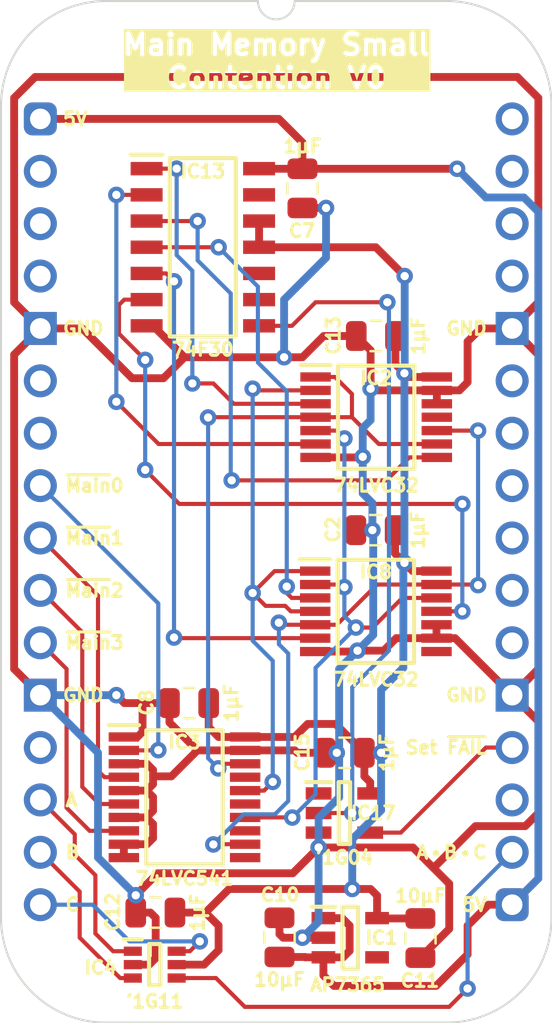
<source format=kicad_pcb>
(kicad_pcb (version 20241229) (generator "pcbnew") (generator_version "9.0")
  (title_block (title "Main Memory Abort") (date "2025-01-14") (rev "V0"))
  (layers (0 "F.Cu" signal) (2 "B.Cu" signal) (13 "F.Paste" user) (15 "B.Paste" user) (5 "F.SilkS" user "F.Silkscreen") (7 "B.SilkS" user "B.Silkscreen") (1 "F.Mask" user) (3 "B.Mask" user) (25 "Edge.Cuts" user))
  (net 0 "")
  (net 2 "~{Main}0")
  (net 3 "~{Main}2")
  (net 4 "~{Set Contention}")
  (net 7 "~{Main}1")
  (net 8 "~{Main}3")
  (net 12 "/3.3V")
  (net 13 "/~{Main}B3")
  (net 14 "GND")
  (net 15 "5V")
  (net 16 "/~{Main}B0")
  (net 17 "/~{Main}B1")
  (net 18 "/~{Main}B2")
  (net 19 "C")
  (net 20 "A•B•C")
  (net 21 "Net-(IC13-Y)")
  (net 25 "B")
  (net 26 "A")
  (net 31 "/~{0+1}")
  (net 32 "/~{0+2}")
  (net 33 "/~{0+3}")
  (net 39 "/~{1+2}")
  (net 40 "/~{1+3}")
  (net 50 "/~{2+3}")
  (footprint "SamacSys_Parts:SOIC127P600X175-14N" (layer "F.Cu") (at 7.874 6.223)
    (property "Reference" "IC13")
    (property "Value" "SN74F30DR" (hide yes))
  )
  (footprint "SamacSys_Parts:C_0805" (layer "F.Cu") (at 14.766 30.734 90)
    (property "Reference" "C15")
    (property "Value" "1μF")
  )
  (footprint "SamacSys_Parts:SOP65P640X110-14N" (layer "F.Cu") (at 16.273 14.463)
    (property "Reference" "IC2")
    (property "Value" "74LVC32APW,118" (hide yes))
  )
  (footprint "SamacSys_Parts:SOP65P640X110-20N" (layer "F.Cu") (at 6.985 32.893)
    (property "Reference" "IC3")
    (property "Value" "74LVC541APW,118" (hide yes))
  )
  (footprint "SamacSys_Parts:SOP65P640X110-14N" (layer "F.Cu") (at 16.256 23.876)
    (property "Reference" "IC8")
    (property "Value" "74LVC32APW,118" (hide yes))
  )
  (footprint "SamacSys_Parts:C_0805" (layer "F.Cu") (at 5.588 38.481 90)
    (property "Reference" "C12")
    (property "Value" "1μF")
  )
  (footprint "SamacSys_Parts:C_0805" (layer "F.Cu") (at 7.222 28.325 90)
    (property "Reference" "C8")
    (property "Value" "1μF")
  )
  (footprint "SamacSys_Parts:C_0805" (layer "F.Cu") (at 11.587 39.701)
    (property "Reference" "C10")
    (property "Value" "10µF")
  )
  (footprint "SamacSys_Parts:C_0805" (layer "F.Cu") (at 18.415 39.701 180)
    (property "Reference" "C11")
    (property "Value" "10µF")
  )
  (footprint "SamacSys_Parts:DIP-32_Board_W22.86mm" (layer "F.Cu") (at 0 0)
    (property "Reference" "J1" (hide yes))
    (property "Value" "Board 2x16 W22.86mm" (hide yes))
    (fp_line (start -1.905 -0.635) (end -1.905 38.735) (stroke (width 0.1)) (layer "Edge.Cuts"))
    (fp_line (start 10.541 -5.715) (end 3.175 -5.715) (stroke (width 0.1)) (layer "Edge.Cuts"))
    (fp_line (start 19.685 -5.715) (end 12.319 -5.715) (stroke (width 0.1)) (layer "Edge.Cuts"))
    (fp_line (start 19.685 43.815) (end 3.175 43.815) (stroke (width 0.1)) (layer "Edge.Cuts"))
    (fp_line (start 24.765 38.735) (end 24.765 -0.635) (stroke (width 0.1)) (layer "Edge.Cuts"))
    (fp_arc (start -1.905 -0.635) (mid -0.417102 -4.227102) (end 3.175 -5.715) (stroke (width 0.1)) (layer "Edge.Cuts"))
    (fp_arc (start 3.175 43.815) (mid -0.417102 42.327102) (end -1.905 38.735) (stroke (width 0.1)) (layer "Edge.Cuts"))
    (fp_arc (start 12.319 -5.715) (mid 11.43 -4.826) (end 10.541 -5.715) (stroke (width 0.1)) (layer "Edge.Cuts"))
    (fp_arc (start 19.685 -5.715) (mid 23.277102 -4.227102) (end 24.765 -0.635) (stroke (width 0.1)) (layer "Edge.Cuts"))
    (fp_arc (start 24.765 38.735) (mid 23.277103 42.327103) (end 19.685 43.815) (stroke (width 0.1)) (layer "Edge.Cuts"))
  )
  (footprint "SamacSys_Parts:C_0805" (layer "F.Cu") (at 16.256 19.939 90)
    (property "Reference" "C2")
    (property "Value" "1μF")
  )
  (footprint "SamacSys_Parts:SOT95P275X110-5N" (layer "F.Cu") (at 14.732 33.655)
    (property "Reference" "IC17")
    (property "Value" "74LVC1G04GV,125" (hide yes))
  )
  (footprint "SamacSys_Parts:SOT95P285X130-5N" (layer "F.Cu") (at 15.016 39.701)
    (property "Reference" "IC1")
    (property "Value" "AP7365-33WG-7" (hide yes))
  )
  (footprint "SamacSys_Parts:C_0805" (layer "F.Cu") (at 16.273 10.526 90)
    (property "Reference" "C13")
    (property "Value" "1μF")
  )
  (footprint "SamacSys_Parts:SOP65P210X110-6N" (layer "F.Cu") (at 5.542 41.006)
    (property "Reference" "IC4")
    (property "Value" "74LVC1G11GW-Q100H" (hide yes))
  )
  (footprint "SamacSys_Parts:C_0805" (layer "F.Cu") (at 12.7 3.352 180)
    (property "Reference" "C7")
    (property "Value" "1μF")
  )
  (gr_text "~{Main}1" (at 1.143 20.32 0) (layer "F.SilkS") (effects (font (size 0.635 0.635) (thickness 0.15) (bold yes)) (justify left)))
  (gr_text "~{Main}0" (at 1.143 17.78 0) (layer "F.SilkS") (effects (font (size 0.635 0.635) (thickness 0.15) (bold yes)) (justify left)))
  (gr_text "B" (at 1.143 35.56 0) (layer "F.SilkS") (effects (font (size 0.635 0.635) (thickness 0.15) (bold yes)) (justify left)))
  (gr_text "~{Main}3" (at 1.143 25.4 0) (layer "F.SilkS") (effects (font (size 0.635 0.635) (thickness 0.15) (bold yes)) (justify left)))
  (gr_text "C" (at 1.143 38.1 0) (layer "F.SilkS") (effects (font (size 0.635 0.635) (thickness 0.15) (bold yes)) (justify left)))
  (gr_text "5V" (at 1.016 0 0) (layer "F.SilkS") (effects (font (size 0.635 0.635) (thickness 0.15) (bold yes)) (justify left)))
  (gr_text "GND" (at 1.016 27.94 0) (layer "F.SilkS") (effects (font (size 0.635 0.635) (thickness 0.15) (bold yes)) (justify left)))
  (gr_text "GND" (at 21.717 27.94 0) (layer "F.SilkS") (effects (font (size 0.635 0.635) (thickness 0.15) (bold yes)) (justify right)))
  (gr_text "A•B•C" (at 21.717 35.56 0) (layer "F.SilkS") (effects (font (size 0.635 0.635) (thickness 0.15) (bold yes)) (justify right)))
  (gr_text "Main Memory Small\nContention V0" (at 11.43 -2.794 0) (layer "F.SilkS" knockout) (effects (font (size 1 1) (thickness 0.2) (bold yes))))
  (gr_text "GND" (at 21.717 10.16 0) (layer "F.SilkS") (effects (font (size 0.635 0.635) (thickness 0.15) (bold yes)) (justify right)))
  (gr_text "A" (at 1.143 33.02 0) (layer "F.SilkS") (effects (font (size 0.635 0.635) (thickness 0.15) (bold yes)) (justify left)))
  (gr_text "~{Main}2" (at 1.143 22.86 0) (layer "F.SilkS") (effects (font (size 0.635 0.635) (thickness 0.15) (bold yes)) (justify left)))
  (gr_text "GND" (at 1.016 10.16 0) (layer "F.SilkS") (effects (font (size 0.635 0.635) (thickness 0.15) (bold yes)) (justify left)))
  (gr_text "Set ~{FAIL}" (at 21.717 30.48 0) (layer "F.SilkS") (effects (font (size 0.635 0.635) (thickness 0.15) (bold yes)) (justify right)))
  (gr_text "5V" (at 21.717 38.1 0) (layer "F.SilkS") (effects (font (size 0.635 0.635) (thickness 0.15) (bold yes)) (justify right)))
  (segment (start 5.704 30.618) (end 5.715 30.607) (width 0.2) (layer "F.Cu") (net 2))
  (segment (start 4.047 30.618) (end 5.704 30.618) (width 0.2) (layer "F.Cu") (net 2))
  (via (at 5.715 30.607) (size 0.8) (drill 0.4) (layers "F.Cu" "B.Cu") (net 2))
  (segment (start 5.715 23.495) (end 5.715 30.607) (width 0.2) (layer "B.Cu") (net 2))
  (segment (start 0 17.78) (end 5.715 23.495) (width 0.2) (layer "B.Cu") (net 2))
  (segment (start 2.032 32.38975) (end 2.032 24.892) (width 0.2) (layer "F.Cu") (net 3))
  (segment (start 2.86025 33.218) (end 2.032 32.38975) (width 0.2) (layer "F.Cu") (net 3))
  (segment (start 4.047 33.218) (end 2.86025 33.218) (width 0.2) (layer "F.Cu") (net 3))
  (segment (start 2.032 24.892) (end 0 22.86) (width 0.2) (layer "F.Cu") (net 3))
  (segment (start 21.59 30.48) (end 22.86 30.48) (width 0.2) (layer "F.Cu") (net 4))
  (segment (start 15.982 34.605) (end 17.465 34.605) (width 0.2) (layer "F.Cu") (net 4))
  (segment (start 17.465 34.605) (end 21.59 30.48) (width 0.2) (layer "F.Cu") (net 4))
  (segment (start 2.794 31.6025) (end 2.794 23.114) (width 0.2) (layer "F.Cu") (net 7))
  (segment (start 2.794 23.114) (end 0 20.32) (width 0.2) (layer "F.Cu") (net 7))
  (segment (start 3.1095 31.918) (end 2.794 31.6025) (width 0.2) (layer "F.Cu") (net 7))
  (segment (start 4.047 31.918) (end 3.1095 31.918) (width 0.2) (layer "F.Cu") (net 7))
  (segment (start 2.387 34.518) (end 1.27 33.401) (width 0.2) (layer "F.Cu") (net 8))
  (segment (start 4.047 34.518) (end 2.387 34.518) (width 0.2) (layer "F.Cu") (net 8))
  (segment (start 1.27 33.401) (end 1.27 26.67) (width 0.2) (layer "F.Cu") (net 8))
  (segment (start 1.27 26.67) (end 0 25.4) (width 0.2) (layer "F.Cu") (net 8))
  (segment (start 16.256 6.223) (end 17.653 7.62) (width 0.38) (layer "F.Cu") (net 12))
  (segment (start 8.636 39.116) (end 8.636 40.30394) (width 0.38) (layer "F.Cu") (net 12))
  (segment (start 8.001 38.481) (end 8.636 39.116) (width 0.38) (layer "F.Cu") (net 12))
  (segment (start 8.636 40.30394) (end 7.93394 41.006) (width 0.38) (layer "F.Cu") (net 12))
  (segment (start 16.316 37.652) (end 16.002 37.338) (width 0.38) (layer "F.Cu") (net 12))
  (segment (start 15.982 32.705) (end 15.982 32.159) (width 0.38) (layer "F.Cu") (net 12))
  (segment (start 12.954 29.337) (end 14.303 29.337) (width 0.38) (layer "F.Cu") (net 12))
  (segment (start 15.982 32.159) (end 15.7 31.877) (width 0.38) (layer "F.Cu") (net 12))
  (segment (start 18.0405 21.926) (end 17.641 21.5265) (width 0.38) (layer "F.Cu") (net 12))
  (segment (start 12.323 29.968) (end 12.954 29.337) (width 0.38) (layer "F.Cu") (net 12))
  (segment (start 16.002 37.338) (end 15.113 37.338) (width 0.38) (layer "F.Cu") (net 12))
  (segment (start 7.93394 41.006) (end 6.604 41.006) (width 0.38) (layer "F.Cu") (net 12))
  (segment (start 17.823 12.513) (end 17.641 12.331) (width 0.38) (layer "F.Cu") (net 12))
  (segment (start 17.207 10.526) (end 17.207 11.897) (width 0.38) (layer "F.Cu") (net 12))
  (segment (start 16.316 38.751) (end 16.316 37.652) (width 0.38) (layer "F.Cu") (net 12))
  (segment (start 18.415 38.767) (end 16.332 38.767) (width 0.38) (layer "F.Cu") (net 12))
  (segment (start 17.19 19.939) (end 17.19 21.0755) (width 0.38) (layer "F.Cu") (net 12))
  (segment (start 14.303 29.337) (end 15.7 30.734) (width 0.38) (layer "F.Cu") (net 12))
  (segment (start 8.632 29.968) (end 9.923 29.968) (width 0.38) (layer "F.Cu") (net 12))
  (segment (start 19.211 12.513) (end 17.823 12.513) (width 0.38) (layer "F.Cu") (net 12))
  (segment (start 17.19 21.0755) (end 17.641 21.5265) (width 0.38) (layer "F.Cu") (net 12))
  (segment (start 9.923 29.968) (end 12.323 29.968) (width 0.38) (layer "F.Cu") (net 12))
  (segment (start 10.599 4.953) (end 10.599 6.223) (width 0.38) (layer "F.Cu") (net 12))
  (segment (start 15.113 37.338) (end 9.144 37.338) (width 0.38) (layer "F.Cu") (net 12))
  (segment (start 19.194 21.926) (end 18.0405 21.926) (width 0.38) (layer "F.Cu") (net 12))
  (segment (start 10.599 6.223) (end 16.256 6.223) (width 0.38) (layer "F.Cu") (net 12))
  (segment (start 16.51 30.734) (end 15.7 30.734) (width 0.38) (layer "F.Cu") (net 12))
  (segment (start 17.207 11.897) (end 17.641 12.331) (width 0.38) (layer "F.Cu") (net 12))
  (segment (start 8.156 29.492) (end 8.632 29.968) (width 0.38) (layer "F.Cu") (net 12))
  (segment (start 8.156 28.325) (end 8.156 29.492) (width 0.38) (layer "F.Cu") (net 12))
  (segment (start 9.144 37.338) (end 8.001 38.481) (width 0.38) (layer "F.Cu") (net 12))
  (segment (start 6.522 38.481) (end 8.001 38.481) (width 0.38) (layer "F.Cu") (net 12))
  (segment (start 15.7 30.734) (end 15.7 31.877) (width 0.38) (layer "F.Cu") (net 12))
  (via (at 15.113 37.338) (size 0.8) (drill 0.4) (layers "F.Cu" "B.Cu") (net 12))
  (via (at 16.51 30.734) (size 0.8) (drill 0.4) (layers "F.Cu" "B.Cu") (net 12))
  (via (at 17.653 7.62) (size 0.8) (drill 0.4) (layers "F.Cu" "B.Cu") (net 12))
  (via (at 17.641 21.5265) (size 0.8) (drill 0.4) (layers "F.Cu" "B.Cu") (net 12))
  (via (at 17.641 12.331) (size 0.8) (drill 0.4) (layers "F.Cu" "B.Cu") (net 12))
  (segment (start 15.113 34.925) (end 16.51 33.528) (width 0.38) (layer "B.Cu") (net 12))
  (segment (start 16.51 27.686) (end 17.5895 26.6065) (width 0.38) (layer "B.Cu") (net 12))
  (segment (start 17.5895 21.578) (end 17.641 21.5265) (width 0.38) (layer "B.Cu") (net 12))
  (segment (start 17.653 7.62) (end 17.653 12.319) (width 0.38) (layer "B.Cu") (net 12))
  (segment (start 16.51 30.734) (end 16.51 27.686) (width 0.38) (layer "B.Cu") (net 12))
  (segment (start 15.113 37.338) (end 15.113 34.925) (width 0.38) (layer "B.Cu") (net 12))
  (segment (start 17.5895 26.6065) (end 17.5895 21.578) (width 0.38) (layer "B.Cu") (net 12))
  (segment (start 17.653 12.319) (end 17.641 12.331) (width 0.38) (layer "B.Cu") (net 12))
  (segment (start 17.641 21.5265) (end 17.641 12.331) (width 0.38) (layer "B.Cu") (net 12))
  (segment (start 16.51 33.528) (end 16.51 30.734) (width 0.38) (layer "B.Cu") (net 12))
  (segment (start 13.318 24.526) (end 14.364367 24.526) (width 0.2) (layer "F.Cu") (net 13))
  (segment (start 11.657 24.526) (end 11.557 24.426) (width 0.2) (layer "F.Cu") (net 13))
  (segment (start 19.211 15.113) (end 21.209 15.113) (width 0.2) (layer "F.Cu") (net 13))
  (segment (start 14.364367 24.526) (end 16.314367 22.576) (width 0.2) (layer "F.Cu") (net 13))
  (segment (start 8.393 35.168) (end 8.382 35.179) (width 0.2) (layer "F.Cu") (net 13))
  (segment (start 21.179 22.576) (end 21.209 22.606) (width 0.2) (layer "F.Cu") (net 13))
  (segment (start 19.194 22.576) (end 21.179 22.576) (width 0.2) (layer "F.Cu") (net 13))
  (segment (start 13.318 24.526) (end 11.657 24.526) (width 0.2) (layer "F.Cu") (net 13))
  (segment (start 9.923 35.168) (end 8.393 35.168) (width 0.2) (layer "F.Cu") (net 13))
  (segment (start 16.314367 22.576) (end 19.194 22.576) (width 0.2) (layer "F.Cu") (net 13))
  (via (at 21.209 15.113) (size 0.8) (drill 0.4) (layers "F.Cu" "B.Cu") (net 13))
  (via (at 21.209 22.606) (size 0.8) (drill 0.4) (layers "F.Cu" "B.Cu") (net 13))
  (via (at 11.557 24.426) (size 0.8) (drill 0.4) (layers "F.Cu" "B.Cu") (net 13))
  (via (at 8.382 35.179) (size 0.8) (drill 0.4) (layers "F.Cu" "B.Cu") (net 13))
  (segment (start 21.209 22.606) (end 21.209 15.113) (width 0.2) (layer "B.Cu") (net 13))
  (segment (start 11.3665 33.7185) (end 12.010502 33.074498) (width 0.2) (layer "B.Cu") (net 13))
  (segment (start 11.557 25.469314) (end 11.557 24.426) (width 0.2) (layer "B.Cu") (net 13))
  (segment (start 12.010502 25.922816) (end 11.557 25.469314) (width 0.2) (layer "B.Cu") (net 13))
  (segment (start 9.8425 33.7185) (end 8.382 35.179) (width 0.2) (layer "B.Cu") (net 13))
  (segment (start 11.3665 33.7185) (end 9.8425 33.7185) (width 0.2) (layer "B.Cu") (net 13))
  (segment (start 12.010502 33.074498) (end 12.010502 25.922816) (width 0.2) (layer "B.Cu") (net 13))
  (segment (start 0 10.16) (end -1.27 8.89) (width 0.38) (layer "F.Cu") (net 14))
  (segment (start 5.461 31.5645) (end 5.461 31.877) (width 0.38) (layer "F.Cu") (net 14))
  (segment (start 5.461 31.877) (end 5.461 32.258) (width 0.38) (layer "F.Cu") (net 14))
  (segment (start -0.254 -2.032) (end 23.114 -2.032) (width 0.38) (layer "F.Cu") (net 14))
  (segment (start 5.1645 35.168) (end 5.461 34.8715) (width 0.38) (layer "F.Cu") (net 14))
  (segment (start 12.7 39.701) (end 11.761 39.701) (width 0.38) (layer "F.Cu") (net 14))
  (segment (start 24.13 33.655) (end 23.495 34.29) (width 0.38) (layer "F.Cu") (net 14))
  (segment (start 24.13 -1.016) (end 24.13 8.89) (width 0.38) (layer "F.Cu") (net 14))
  (segment (start 19.05 36.322) (end 18.053999 35.325999) (width 0.38) (layer "F.Cu") (net 14))
  (segment (start 5.1645 31.268) (end 5.461 31.5645) (width 0.38) (layer "F.Cu") (net 14))
  (segment (start 5.461 32.258) (end 5.151 32.568) (width 0.38) (layer "F.Cu") (net 14))
  (segment (start 7.609 30.618) (end 9.923 30.618) (width 0.38) (layer "F.Cu") (net 14))
  (segment (start -1.27 -1.016) (end -0.254 -2.032) (width 0.38) (layer "F.Cu") (net 14))
  (segment (start 5.151 32.568) (end 4.047 32.568) (width 0.38) (layer "F.Cu") (net 14))
  (segment (start 24.13 11.43) (end 22.86 10.16) (width 0.38) (layer "F.Cu") (net 14))
  (segment (start 5.588 38.735) (end 5.334 38.481) (width 0.38) (layer "F.Cu") (net 14))
  (segment (start 5.149 10.033) (end 5.461 10.033) (width 0.38) (layer "F.Cu") (net 14))
  (segment (start 24.13 29.21) (end 24.13 33.655) (width 0.38) (layer "F.Cu") (net 14))
  (segment (start 5.461 33.5485) (end 5.461 32.878) (width 0.38) (layer "F.Cu") (net 14))
  (segment (start 19.194 24.526) (end 19.194 25.176) (width 0.38) (layer "F.Cu") (net 14))
  (segment (start 4.068 28.325) (end 4.953 28.325) (width 0.38) (layer "F.Cu") (net 14))
  (segment (start 5.588 40.6925) (end 5.588 38.735) (width 0.38) (layer "F.Cu") (net 14))
  (segment (start 15.367 25.781) (end 16.637 25.781) (width 0.38) (layer "F.Cu") (net 14))
  (segment (start 4.047 35.168) (end 5.1645 35.168) (width 0.38) (layer "F.Cu") (net 14))
  (segment (start -1.27 11.43) (end 0 10.16) (width 0.38) (layer "F.Cu") (net 14))
  (segment (start 4.953 29.718) (end 4.953 28.325) (width 0.38) (layer "F.Cu") (net 14))
  (segment (start 11.761 39.701) (end 11.587 39.527) (width 0.38) (layer "F.Cu") (net 14))
  (segment (start 2.032 10.16) (end 0 10.16) (width 0.38) (layer "F.Cu") (net 14))
  (segment (start 22.86 27.94) (end 24.13 29.21) (width 0.38) (layer "F.Cu") (net 14))
  (segment (start 5.688002 36.576) (end 4.622001 37.642001) (width 0.38) (layer "F.Cu") (net 14))
  (segment (start 21.082 34.29) (end 19.05 36.322) (width 0.38) (layer "F.Cu") (net 14))
  (segment (start 22.86 10.16) (end 21.336 10.16) (width 0.38) (layer "F.Cu") (net 14))
  (segment (start 13.716 39.701) (end 12.7 39.701) (width 0.38) (layer "F.Cu") (net 14))
  (segment (start 18.415 40.667) (end 19.812 39.27) (width 0.38) (layer "F.Cu") (net 14))
  (segment (start 5.334 38.481) (end 4.622 38.481) (width 0.38) (layer "F.Cu") (net 14))
  (segment (start 6.985 11.557) (end 5.969 12.573) (width 0.38) (layer "F.Cu") (net 14))
  (segment (start 5.461 31.877) (end 6.35 31.877) (width 0.38) (layer "F.Cu") (net 14))
  (segment (start 12.446 30.734) (end 13.8 30.734) (width 0.38) (layer "F.Cu") (net 14))
  (segment (start 5.461 10.033) (end 6.985 11.557) (width 0.38) (layer "F.Cu") (net 14))
  (segment (start 14.363 30.734) (end 13.8 30.734) (width 0.38) (layer "F.Cu") (net 14))
  (segment (start 23.495 34.29) (end 21.082 34.29) (width 0.38) (layer "F.Cu") (net 14))
  (segment (start 13.482 34.605) (end 13.481999 35.325999) (width 0.38) (layer "F.Cu") (net 14))
  (segment (start 17.242 25.176) (end 19.194 25.176) (width 0.38) (layer "F.Cu") (net 14))
  (segment (start 9.923 30.618) (end 12.33 30.618) (width 0.38) (layer "F.Cu") (net 14))
  (segment (start 15.307 10.526) (end 13.731 10.526) (width 0.38) (layer "F.Cu") (net 14))
  (segment (start 15.307 10.526) (end 16.002 11.221) (width 0.38) (layer "F.Cu") (net 14))
  (segment (start 13.731 10.526) (end 12.7 11.557) (width 0.38) (layer "F.Cu") (net 14))
  (segment (start 4.047 33.868) (end 5.1415 33.868) (width 0.38) (layer "F.Cu") (net 14))
  (segment (start 13.843 4.318) (end 12.7 4.318) (width 0.38) (layer "F.Cu") (net 14))
  (segment (start 19.211 13.163) (end 16.084 13.163) (width 0.38) (layer "F.Cu") (net 14))
  (segment (start 5.2745 41.006) (end 5.588 40.6925) (width 0.38) (layer "F.Cu") (net 14))
  (segment (start 6.985 11.557) (end 11.811 11.557) (width 0.38) (layer "F.Cu") (net 14))
  (segment (start 20.701 10.795) (end 20.701 12.7675) (width 0.38) (layer "F.Cu") (net 14))
  (segment (start 19.194 25.176) (end 20.096 25.176) (width 0.38) (layer "F.Cu") (net 14))
  (segment (start 13.481999 35.325999) (end 12.231998 36.576) (width 0.38) (layer "F.Cu") (net 14))
  (segment (start 5.1415 33.868) (end 5.461 33.5485) (width 0.38) (layer "F.Cu") (net 14))
  (segment (start 19.812 37.084) (end 19.05 36.322) (width 0.38) (layer "F.Cu") (net 14))
  (segment (start 15.322 25.826) (end 15.367 25.781) (width 0.38) (layer "F.Cu") (net 14))
  (segment (start 4.047 35.168) (end 4.047 35.818) (width 0.38) (layer "F.Cu") (net 14))
  (segment (start 20.096 25.176) (end 22.86 27.94) (width 0.38) (layer "F.Cu") (net 14))
  (segment (start 15.591 16.413) (end 15.621 16.383) (width 0.38) (layer "F.Cu") (net 14))
  (segment (start 20.701 12.7675) (end 20.3055 13.163) (width 0.38) (layer "F.Cu") (net 14))
  (segment (start 6.256 29.265) (end 6.256 28.325) (width 0.38) (layer "F.Cu") (net 14))
  (segment (start 19.812 39.27) (end 19.812 37.084) (width 0.38) (layer "F.Cu") (net 14))
  (segment (start 4.622 38.481) (end 4.622001 37.642001) (width 0.38) (layer "F.Cu") (net 14))
  (segment (start 13.335 16.413) (end 15.591 16.413) (width 0.38) (layer "F.Cu") (net 14))
  (segment (start 7.609 30.618) (end 6.256 29.265) (width 0.38) (layer "F.Cu") (net 14))
  (segment (start 11.587 39.527) (end 11.587 38.735) (width 0.38) (layer "F.Cu") (net 14))
  (segment (start 4.703 29.968) (end 4.953 29.718) (width 0.38) (layer "F.Cu") (net 14))
  (segment (start 4.047 31.268) (end 5.1645 31.268) (width 0.38) (layer "F.Cu") (net 14))
  (segment (start 21.336 10.16) (end 20.701 10.795) (width 0.38) (layer "F.Cu") (net 14))
  (segment (start 5.461 34.8715) (end 5.461 34.1875) (width 0.38) (layer "F.Cu") (net 14))
  (segment (start 6.256 28.325) (end 4.953 28.325) (width 0.38) (layer "F.Cu") (net 14))
  (segment (start 23.114 -2.032) (end 24.13 -1.016) (width 0.38) (layer "F.Cu") (net 14))
  (segment (start 5.461 34.1875) (end 5.1415 33.868) (width 0.38) (layer "F.Cu") (net 14))
  (segment (start 22.86 27.94) (end 24.13 26.67) (width 0.38) (layer "F.Cu") (net 14))
  (segment (start 16.09 19.939) (end 15.29 19.939) (width 0.38) (layer "F.Cu") (net 14))
  (segment (start 16.084 13.163) (end 16.002 13.081) (width 0.38) (layer "F.Cu") (net 14))
  (segment (start 20.3055 13.163) (end 19.211 13.163) (width 0.38) (layer "F.Cu") (net 14))
  (segment (start 4.445 12.573) (end 2.032 10.16) (width 0.38) (layer "F.Cu") (net 14))
  (segment (start 6.35 31.877) (end 7.609 30.618) (width 0.38) (layer "F.Cu") (net 14))
  (segment (start 12.33 30.618) (end 12.446 30.734) (width 0.38) (layer "F.Cu") (net 14))
  (segment (start 12.7 11.557) (end 11.811 11.557) (width 0.38) (layer "F.Cu") (net 14))
  (segment (start 18.053999 35.325999) (end 13.481999 35.325999) (width 0.38) (layer "F.Cu") (net 14))
  (segment (start -1.27 26.67) (end -1.27 11.43) (width 0.38) (layer "F.Cu") (net 14))
  (segment (start 16.002 11.221) (end 16.002 13.081) (width 0.38) (layer "F.Cu") (net 14))
  (segment (start 3.683 27.94) (end 4.068 28.325) (width 0.38) (layer "F.Cu") (net 14))
  (segment (start 19.211 13.813) (end 19.211 13.163) (width 0.38) (layer "F.Cu") (net 14))
  (segment (start 13.318 25.826) (end 15.322 25.826) (width 0.38) (layer "F.Cu") (net 14))
  (segment (start 24.13 26.67) (end 24.13 11.43) (width 0.38) (layer "F.Cu") (net 14))
  (segment (start 5.461 32.878) (end 5.151 32.568) (width 0.38) (layer "F.Cu") (net 14))
  (segment (start -1.27 8.89) (end -1.27 -1.016) (width 0.38) (layer "F.Cu") (net 14))
  (segment (start 0 27.94) (end -1.27 26.67) (width 0.38) (layer "F.Cu") (net 14))
  (segment (start 4.48 41.006) (end 5.2745 41.006) (width 0.38) (layer "F.Cu") (net 14))
  (segment (start 4.047 29.968) (end 4.703 29.968) (width 0.38) (layer "F.Cu") (net 14))
  (segment (start 5.969 12.573) (end 4.445 12.573) (width 0.38) (layer "F.Cu") (net 14))
  (segment (start 16.637 25.781) (end 17.242 25.176) (width 0.38) (layer "F.Cu") (net 14))
  (segment (start 24.13 8.89) (end 22.86 10.16) (width 0.38) (layer "F.Cu") (net 14))
  (segment (start 12.231998 36.576) (end 5.688002 36.576) (width 0.38) (layer "F.Cu") (net 14))
  (via (at 4.622001 37.642001) (size 0.8) (drill 0.4) (layers "F.Cu" "B.Cu") (net 14))
  (via (at 12.7 39.701) (size 0.8) (drill 0.4) (layers "F.Cu" "B.Cu") (net 14))
  (via (at 15.621 16.383) (size 0.8) (drill 0.4) (layers "F.Cu" "B.Cu") (net 14))
  (via (at 16.09 19.939) (size 0.8) (drill 0.4) (layers "F.Cu" "B.Cu") (net 14))
  (via (at 16.002 13.081) (size 0.8) (drill 0.4) (layers "F.Cu" "B.Cu") (net 14))
  (via (at 14.363 30.734) (size 0.8) (drill 0.4) (layers "F.Cu" "B.Cu") (net 14))
  (via (at 15.367 25.781) (size 0.8) (drill 0.4) (layers "F.Cu" "B.Cu") (net 14))
  (via (at 3.683 27.94) (size 0.8) (drill 0.4) (layers "F.Cu" "B.Cu") (net 14))
  (via (at 11.811 11.557) (size 0.8) (drill 0.4) (layers "F.Cu" "B.Cu") (net 14))
  (via (at 13.481999 35.325999) (size 0.8) (drill 0.4) (layers "F.Cu" "B.Cu") (net 14))
  (via (at 13.843 4.318) (size 0.8) (drill 0.4) (layers "F.Cu" "B.Cu") (net 14))
  (segment (start 14.478 26.67) (end 14.478 30.619) (width 0.38) (layer "B.Cu") (net 14))
  (segment (start 13.843 6.731) (end 11.811 8.763) (width 0.38) (layer "B.Cu") (net 14))
  (segment (start 15.367 25.781) (end 16.129 25.019) (width 0.38) (layer "B.Cu") (net 14))
  (segment (start 0 27.94) (end 2.794 30.734) (width 0.38) (layer "B.Cu") (net 14))
  (segment (start 14.478 32.893) (end 14.478 30.849) (width 0.38) (layer "B.Cu") (net 14))
  (segment (start 15.621 14.986) (end 16.002 14.605) (width 0.38) (layer "B.Cu") (net 14))
  (segment (start 16.09 19.939) (end 16.09 18.63) (width 0.38) (layer "B.Cu") (net 14))
  (segment (start 16.129 25.019) (end 16.129 19.978) (width 0.38) (layer "B.Cu") (net 14))
  (segment (start 2.794 30.734) (end 2.794 35.814) (width 0.38) (layer "B.Cu") (net 14))
  (segment (start 0 27.94) (end 3.683 27.94) (width 0.38) (layer "B.Cu") (net 14))
  (segment (start 14.478 30.849) (end 14.363 30.734) (width 0.38) (layer "B.Cu") (net 14))
  (segment (start 13.843 4.318) (end 13.843 6.731) (width 0.38) (layer "B.Cu") (net 14))
  (segment (start 2.794 35.814) (end 4.622001 37.642001) (width 0.38) (layer "B.Cu") (net 14))
  (segment (start 12.7 39.701) (end 13.481999 38.919001) (width 0.38) (layer "B.Cu") (net 14))
  (segment (start 13.481999 38.919001) (end 13.481999 35.325999) (width 0.38) (layer "B.Cu") (net 14))
  (segment (start 14.478 30.619) (end 14.363 30.734) (width 0.38) (layer "B.Cu") (net 14))
  (segment (start 16.09 18.63) (end 15.621 18.161) (width 0.38) (layer "B.Cu") (net 14))
  (segment (start 13.481999 35.325999) (end 13.481999 33.889001) (width 0.38) (layer "B.Cu") (net 14))
  (segment (start 11.811 8.763) (end 11.811 11.557) (width 0.38) (layer "B.Cu") (net 14))
  (segment (start 15.367 25.781) (end 14.478 26.67) (width 0.38) (layer "B.Cu") (net 14))
  (segment (start 13.481999 33.889001) (end 14.478 32.893) (width 0.38) (layer "B.Cu") (net 14))
  (segment (start 16.129 19.978) (end 16.09 19.939) (width 0.38) (layer "B.Cu") (net 14))
  (segment (start 15.621 16.383) (end 15.621 14.986) (width 0.38) (layer "B.Cu") (net 14))
  (segment (start 16.002 14.605) (end 16.002 13.081) (width 0.38) (layer "B.Cu") (net 14))
  (segment (start 15.621 18.161) (end 15.621 16.383) (width 0.38) (layer "B.Cu") (net 14))
  (segment (start 13.716 41.529) (end 14.224 42.037) (width 0.38) (layer "F.Cu") (net 15))
  (segment (start 11.557 0) (end 12.7 1.143) (width 0.38) (layer "F.Cu") (net 15))
  (segment (start 14.224 42.037) (end 19.177 42.037) (width 0.38) (layer "F.Cu") (net 15))
  (segment (start 20.701 40.513) (end 20.701 39.116) (width 0.38) (layer "F.Cu") (net 15))
  (segment (start 14.671 40.651) (end 13.716 40.651) (width 0.38) (layer "F.Cu") (net 15))
  (segment (start 14.621 38.751) (end 14.986 39.116) (width 0.38) (layer "F.Cu") (net 15))
  (segment (start 12.7 1.143) (end 12.7 2.418) (width 0.38) (layer "F.Cu") (net 15))
  (segment (start 13.716 38.751) (end 14.621 38.751) (width 0.38) (layer "F.Cu") (net 15))
  (segment (start 11.587 40.635) (end 12.822 40.635) (width 0.38) (layer "F.Cu") (net 15))
  (segment (start 20.701 39.116) (end 21.717 38.1) (width 0.38) (layer "F.Cu") (net 15))
  (segment (start 21.717 38.1) (end 22.86 38.1) (width 0.38) (layer "F.Cu") (net 15))
  (segment (start 13.716 40.651) (end 13.716 41.529) (width 0.38) (layer "F.Cu") (net 15))
  (segment (start 14.986 40.336) (end 14.671 40.651) (width 0.38) (layer "F.Cu") (net 15))
  (segment (start 12.7 2.418) (end 10.604 2.418) (width 0.38) (layer "F.Cu") (net 15))
  (segment (start 14.986 39.116) (end 14.986 40.336) (width 0.38) (layer "F.Cu") (net 15))
  (segment (start 12.838 40.651) (end 13.716 40.651) (width 0.38) (layer "F.Cu") (net 15))
  (segment (start 0 0) (end 11.557 0) (width 0.38) (layer "F.Cu") (net 15))
  (segment (start 19.177 42.037) (end 20.701 40.513) (width 0.38) (layer "F.Cu") (net 15))
  (segment (start 12.822 40.635) (end 12.838 40.651) (width 0.38) (layer "F.Cu") (net 15))
  (segment (start 12.7 2.418) (end 20.193 2.418) (width 0.38) (layer "F.Cu") (net 15))
  (via (at 20.193 2.418) (size 0.8) (drill 0.4) (layers "F.Cu" "B.Cu") (net 15))
  (segment (start 24.13 4.507671) (end 23.432329 3.81) (width 0.38) (layer "B.Cu") (net 15))
  (segment (start 21.585 3.81) (end 20.193 2.418) (width 0.38) (layer "B.Cu") (net 15))
  (segment (start 22.86 38.1) (end 24.13 36.83) (width 0.38) (layer "B.Cu") (net 15))
  (segment (start 24.13 36.83) (end 24.13 4.507671) (width 0.38) (layer "B.Cu") (net 15))
  (segment (start 23.432329 3.81) (end 21.585 3.81) (width 0.38) (layer "B.Cu") (net 15))
  (segment (start 9.923 31.268) (end 8.843212 31.268) (width 0.2) (layer "F.Cu") (net 16))
  (segment (start 16.398 15.763) (end 15.098 14.463) (width 0.2) (layer "F.Cu") (net 16))
  (segment (start 14.2725 12.513) (end 15.098 13.3385) (width 0.2) (layer "F.Cu") (net 16))
  (segment (start 19.211 15.763) (end 16.398 15.763) (width 0.2) (layer "F.Cu") (net 16))
  (segment (start 8.143 14.463) (end 8.128 14.478) (width 0.2) (layer "F.Cu") (net 16))
  (segment (start 15.098 13.3385) (end 15.098 14.463) (width 0.2) (layer "F.Cu") (net 16))
  (segment (start 13.335 14.463) (end 8.143 14.463) (width 0.2) (layer "F.Cu") (net 16))
  (segment (start 15.098 14.463) (end 13.335 14.463) (width 0.2) (layer "F.Cu") (net 16))
  (segment (start 8.843212 31.268) (end 8.620698 31.490514) (width 0.2) (layer "F.Cu") (net 16))
  (segment (start 13.335 12.513) (end 14.2725 12.513) (width 0.2) (layer "F.Cu") (net 16))
  (via (at 8.128 14.478) (size 0.8) (drill 0.4) (layers "F.Cu" "B.Cu") (net 16))
  (via (at 8.620698 31.490514) (size 0.8) (drill 0.4) (layers "F.Cu" "B.Cu") (net 16))
  (segment (start 8.620698 31.490514) (end 8.128 30.997816) (width 0.2) (layer "B.Cu") (net 16))
  (segment (start 8.128 30.997816) (end 8.128 14.478) (width 0.2) (layer "B.Cu") (net 16))
  (segment (start 10.91 23.61) (end 11.868315 23.61) (width 0.2) (layer "F.Cu") (net 17))
  (segment (start 9.923 32.568) (end 10.8375 32.568) (width 0.2) (layer "F.Cu") (net 17))
  (segment (start 10.369 13.163) (end 10.287 13.081) (width 0.2) (layer "F.Cu") (net 17))
  (segment (start 10.287 22.987) (end 10.91 23.61) (width 0.2) (layer "F.Cu") (net 17))
  (segment (start 11.348 21.926) (end 10.287 22.987) (width 0.2) (layer "F.Cu") (net 17))
  (segment (start 13.335 13.163) (end 10.369 13.163) (width 0.2) (layer "F.Cu") (net 17))
  (segment (start 13.318 21.926) (end 11.348 21.926) (width 0.2) (layer "F.Cu") (net 17))
  (segment (start 10.8375 32.568) (end 11.260502 32.145) (width 0.2) (layer "F.Cu") (net 17))
  (segment (start 12.134315 23.876) (end 13.318 23.876) (width 0.2) (layer "F.Cu") (net 17))
  (segment (start 11.868315 23.61) (end 12.134315 23.876) (width 0.2) (layer "F.Cu") (net 17))
  (via (at 10.287 22.987) (size 0.8) (drill 0.4) (layers "F.Cu" "B.Cu") (net 17))
  (via (at 10.287 13.081) (size 0.8) (drill 0.4) (layers "F.Cu" "B.Cu") (net 17))
  (via (at 11.260502 32.145) (size 0.8) (drill 0.4) (layers "F.Cu" "B.Cu") (net 17))
  (segment (start 11.260502 26.274751) (end 11.260502 32.145) (width 0.2) (layer "B.Cu") (net 17))
  (segment (start 10.287 13.081) (end 10.287 22.987) (width 0.2) (layer "B.Cu") (net 17))
  (segment (start 10.287 25.301249) (end 11.260502 26.274751) (width 0.2) (layer "B.Cu") (net 17))
  (segment (start 10.287 22.987) (end 10.287 25.301249) (width 0.2) (layer "B.Cu") (net 17))
  (segment (start 9.923 33.868) (end 12.200114 33.868) (width 0.2) (layer "F.Cu") (net 18))
  (segment (start 14.732 15.494) (end 14.351 15.113) (width 0.2) (layer "F.Cu") (net 18))
  (segment (start 16.104972 24.662028) (end 15.289 24.662028) (width 0.2) (layer "F.Cu") (net 18))
  (segment (start 19.194 23.226) (end 17.541 23.226) (width 0.2) (layer "F.Cu") (net 18))
  (segment (start 14.605 22.576) (end 14.732 22.703) (width 0.2) (layer "F.Cu") (net 18))
  (segment (start 14.351 15.113) (end 13.335 15.113) (width 0.2) (layer "F.Cu") (net 18))
  (segment (start 12.200114 33.868) (end 12.206998 33.874884) (width 0.2) (layer "F.Cu") (net 18))
  (segment (start 17.541 23.226) (end 16.104972 24.662028) (width 0.2) (layer "F.Cu") (net 18))
  (segment (start 13.318 22.576) (end 14.605 22.576) (width 0.2) (layer "F.Cu") (net 18))
  (via (at 12.206998 33.874884) (size 0.8) (drill 0.4) (layers "F.Cu" "B.Cu") (net 18))
  (via (at 14.732 22.703) (size 0.8) (drill 0.4) (layers "F.Cu" "B.Cu") (net 18))
  (via (at 14.732 15.494) (size 0.8) (drill 0.4) (layers "F.Cu" "B.Cu") (net 18))
  (via (at 15.289 24.662028) (size 0.8) (drill 0.4) (layers "F.Cu" "B.Cu") (net 18))
  (segment (start 13.335 26.616028) (end 15.289 24.662028) (width 0.2) (layer "B.Cu") (net 18))
  (segment (start 14.732 22.703) (end 14.732 15.494) (width 0.2) (layer "B.Cu") (net 18))
  (segment (start 14.732 22.703) (end 14.732 24.105028) (width 0.2) (layer "B.Cu") (net 18))
  (segment (start 12.206998 33.874884) (end 13.335 32.746882) (width 0.2) (layer "B.Cu") (net 18))
  (segment (start 13.335 32.746882) (end 13.335 26.616028) (width 0.2) (layer "B.Cu") (net 18))
  (segment (start 14.732 24.105028) (end 15.289 24.662028) (width 0.2) (layer "B.Cu") (net 18))
  (segment (start 6.604 40.356) (end 7.24653 40.356) (width 0.2) (layer "F.Cu") (net 19))
  (segment (start 7.24653 40.356) (end 7.72453 39.878) (width 0.2) (layer "F.Cu") (net 19))
  (via (at 7.72453 39.878) (size 0.8) (drill 0.4) (layers "F.Cu" "B.Cu") (net 19))
  (segment (start 4.318 39.878) (end 7.72453 39.878) (width 0.2) (layer "B.Cu") (net 19))
  (segment (start 2.54 38.1) (end 4.318 39.878) (width 0.2) (layer "B.Cu") (net 19))
  (segment (start 0 38.1) (end 2.54 38.1) (width 0.2) (layer "B.Cu") (net 19))
  (segment (start 19.812 43.053) (end 20.701 42.164) (width 0.2) (layer "F.Cu") (net 20))
  (segment (start 8.509 41.656) (end 9.906 43.053) (width 0.2) (layer "F.Cu") (net 20))
  (segment (start 9.906 43.053) (end 19.812 43.053) (width 0.2) (layer "F.Cu") (net 20))
  (segment (start 6.604 41.656) (end 8.509 41.656) (width 0.2) (layer "F.Cu") (net 20))
  (via (at 20.701 42.164) (size 0.8) (drill 0.4) (layers "F.Cu" "B.Cu") (net 20))
  (segment (start 22.86 35.56) (end 20.701 37.719) (width 0.2) (layer "B.Cu") (net 20))
  (segment (start 20.701 37.719) (end 20.701 42.164) (width 0.2) (layer "B.Cu") (net 20))
  (segment (start 13.482 33.655) (end 15.113 33.655) (width 0.2) (layer "F.Cu") (net 21))
  (segment (start 13.335 8.89) (end 16.813 8.89) (width 0.2) (layer "F.Cu") (net 21))
  (segment (start 12.192 10.033) (end 13.335 8.89) (width 0.2) (layer "F.Cu") (net 21))
  (segment (start 10.599 10.033) (end 12.192 10.033) (width 0.2) (layer "F.Cu") (net 21))
  (via (at 15.113 33.655) (size 0.8) (drill 0.4) (layers "F.Cu" "B.Cu") (net 21))
  (via (at 16.813 8.89) (size 0.8) (drill 0.4) (layers "F.Cu" "B.Cu") (net 21))
  (segment (start 15.113 27.559) (end 16.891 25.781) (width 0.2) (layer "B.Cu") (net 21))
  (segment (start 15.113 33.655) (end 15.113 27.559) (width 0.2) (layer "B.Cu") (net 21))
  (segment (start 16.891 8.968) (end 16.813 8.89) (width 0.2) (layer "B.Cu") (net 21))
  (segment (start 16.891 25.781) (end 16.891 8.968) (width 0.2) (layer "B.Cu") (net 21))
  (segment (start 1.905 37.465) (end 1.905 39.6955) (width 0.2) (layer "F.Cu") (net 25))
  (segment (start 0 35.56) (end 1.905 37.465) (width 0.2) (layer "F.Cu") (net 25))
  (segment (start 1.905 39.6955) (end 3.8655 41.656) (width 0.2) (layer "F.Cu") (net 25))
  (segment (start 3.8655 41.656) (end 4.48 41.656) (width 0.2) (layer "F.Cu") (net 25))
  (segment (start 1.667525 35.670475) (end 2.667 36.66995) (width 0.2) (layer "F.Cu") (net 26))
  (segment (start 1.667525 34.687525) (end 1.667525 35.670475) (width 0.2) (layer "F.Cu") (net 26))
  (segment (start 2.667 36.66995) (end 2.667 39.497) (width 0.2) (layer "F.Cu") (net 26))
  (segment (start 3.526 40.356) (end 4.48 40.356) (width 0.2) (layer "F.Cu") (net 26))
  (segment (start 2.667 39.497) (end 3.526 40.356) (width 0.2) (layer "F.Cu") (net 26))
  (segment (start 0 33.02) (end 1.667525 34.687525) (width 0.2) (layer "F.Cu") (net 26))
  (segment (start 5.149 2.413) (end 6.604 2.413) (width 0.2) (layer "F.Cu") (net 31))
  (segment (start 13.335 13.813) (end 9.368 13.813) (width 0.2) (layer "F.Cu") (net 31))
  (segment (start 8.382 12.827) (end 7.366 12.827) (width 0.2) (layer "F.Cu") (net 31))
  (segment (start 8.382 12.827) (end 9.368 13.813) (width 0.2) (layer "F.Cu") (net 31))
  (via (at 7.366 12.827) (size 0.8) (drill 0.4) (layers "F.Cu" "B.Cu") (net 31))
  (via (at 6.604 2.413) (size 0.8) (drill 0.4) (layers "F.Cu" "B.Cu") (net 31))
  (segment (start 7.366 7.366) (end 6.604 6.604) (width 0.2) (layer "B.Cu") (net 31))
  (segment (start 6.604 6.604) (end 6.604 2.413) (width 0.2) (layer "B.Cu") (net 31))
  (segment (start 7.366 12.827) (end 7.366 7.366) (width 0.2) (layer "B.Cu") (net 31))
  (segment (start 5.73 15.763) (end 3.683 13.716) (width 0.2) (layer "F.Cu") (net 32))
  (segment (start 13.335 15.763) (end 5.73 15.763) (width 0.2) (layer "F.Cu") (net 32))
  (segment (start 5.149 3.683) (end 3.683 3.683) (width 0.2) (layer "F.Cu") (net 32))
  (via (at 3.683 3.683) (size 0.8) (drill 0.4) (layers "F.Cu" "B.Cu") (net 32))
  (via (at 3.683 13.716) (size 0.8) (drill 0.4) (layers "F.Cu" "B.Cu") (net 32))
  (segment (start 3.683 3.683) (end 3.683 13.716) (width 0.2) (layer "B.Cu") (net 32))
  (segment (start 17.877 16.413) (end 19.211 16.413) (width 0.2) (layer "F.Cu") (net 33))
  (segment (start 9.271 17.526) (end 16.764 17.526) (width 0.2) (layer "F.Cu") (net 33))
  (segment (start 16.764 17.526) (end 17.877 16.413) (width 0.2) (layer "F.Cu") (net 33))
  (segment (start 7.62 4.953) (end 5.149 4.953) (width 0.2) (layer "F.Cu") (net 33))
  (via (at 9.271 17.526) (size 0.8) (drill 0.4) (layers "F.Cu" "B.Cu") (net 33))
  (via (at 7.62 4.953) (size 0.8) (drill 0.4) (layers "F.Cu" "B.Cu") (net 33))
  (segment (start 9.223998 17.478998) (end 9.223998 8.461998) (width 0.2) (layer "B.Cu") (net 33))
  (segment (start 9.271 17.526) (end 9.223998 17.478998) (width 0.2) (layer "B.Cu") (net 33))
  (segment (start 7.62 6.858) (end 7.62 4.953) (width 0.2) (layer "B.Cu") (net 33))
  (segment (start 9.223998 8.461998) (end 7.62 6.858) (width 0.2) (layer "B.Cu") (net 33))
  (segment (start 13.318 23.226) (end 12.177 23.226) (width 0.2) (layer "F.Cu") (net 39))
  (segment (start 5.149 6.223) (end 8.636 6.223) (width 0.2) (layer "F.Cu") (net 39))
  (segment (start 12.177 23.226) (end 11.938 22.987) (width 0.2) (layer "F.Cu") (net 39))
  (segment (start 11.938 22.987) (end 11.938 22.676) (width 0.2) (layer "F.Cu") (net 39))
  (via (at 8.636 6.223) (size 0.8) (drill 0.4) (layers "F.Cu" "B.Cu") (net 39))
  (via (at 11.938 22.676) (size 0.8) (drill 0.4) (layers "F.Cu" "B.Cu") (net 39))
  (segment (start 11.938 22.676) (end 11.938 13.208) (width 0.2) (layer "B.Cu") (net 39))
  (segment (start 11.938 13.208) (end 10.541 11.811) (width 0.2) (layer "B.Cu") (net 39))
  (segment (start 10.541 11.811) (end 10.541 8.128) (width 0.2) (layer "B.Cu") (net 39))
  (segment (start 10.541 8.128) (end 8.636 6.223) (width 0.2) (layer "B.Cu") (net 39))
  (segment (start 5.149 7.493) (end 6.096 7.493) (width 0.2) (layer "F.Cu") (net 40))
  (segment (start 13.318 25.176) (end 6.507 25.176) (width 0.2) (layer "F.Cu") (net 40))
  (segment (start 6.096 7.493) (end 6.477 7.874) (width 0.2) (layer "F.Cu") (net 40))
  (segment (start 6.507 25.176) (end 6.477 25.146) (width 0.2) (layer "F.Cu") (net 40))
  (via (at 6.477 25.146) (size 0.8) (drill 0.4) (layers "F.Cu" "B.Cu") (net 40))
  (via (at 6.477 7.874) (size 0.8) (drill 0.4) (layers "F.Cu" "B.Cu") (net 40))
  (segment (start 6.477 25.146) (end 6.477 7.874) (width 0.2) (layer "B.Cu") (net 40))
  (segment (start 20.447 18.669) (end 6.731 18.669) (width 0.2) (layer "F.Cu") (net 50))
  (segment (start 4.064 8.763) (end 3.81 9.017) (width 0.2) (layer "F.Cu") (net 50))
  (segment (start 6.731 18.669) (end 5.08 17.018) (width 0.2) (layer "F.Cu") (net 50))
  (segment (start 3.81 10.414) (end 5.08 11.684) (width 0.2) (layer "F.Cu") (net 50))
  (segment (start 3.81 9.017) (end 3.81 10.414) (width 0.2) (layer "F.Cu") (net 50))
  (segment (start 19.194 23.876) (end 20.447 23.876) (width 0.2) (layer "F.Cu") (net 50))
  (segment (start 5.149 8.763) (end 4.064 8.763) (width 0.2) (layer "F.Cu") (net 50))
  (via (at 20.447 18.669) (size 0.8) (drill 0.4) (layers "F.Cu" "B.Cu") (net 50))
  (via (at 5.08 17.018) (size 0.8) (drill 0.4) (layers "F.Cu" "B.Cu") (net 50))
  (via (at 20.447 23.876) (size 0.8) (drill 0.4) (layers "F.Cu" "B.Cu") (net 50))
  (via (at 5.08 11.684) (size 0.8) (drill 0.4) (layers "F.Cu" "B.Cu") (net 50))
  (segment (start 20.447 23.876) (end 20.447 18.669) (width 0.2) (layer "B.Cu") (net 50))
  (segment (start 5.08 17.018) (end 5.08 11.684) (width 0.2) (layer "B.Cu") (net 50))
)
</source>
